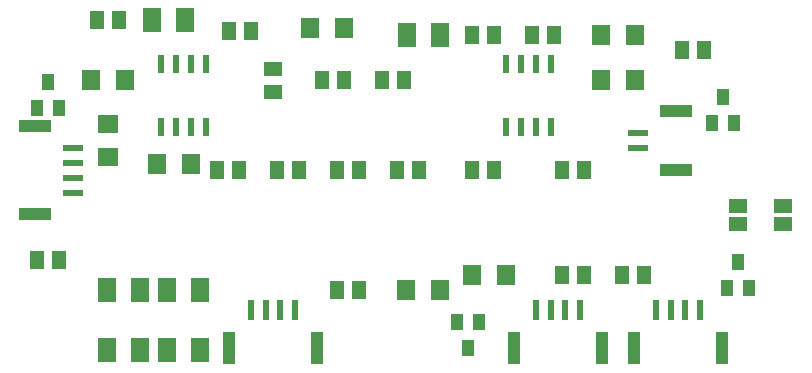
<source format=gbr>
G04 EAGLE Gerber RS-274X export*
G75*
%MOMM*%
%FSLAX34Y34*%
%LPD*%
%INSolderpaste Top*%
%IPPOS*%
%AMOC8*
5,1,8,0,0,1.08239X$1,22.5*%
G01*
%ADD10R,1.300000X1.500000*%
%ADD11R,1.500000X1.300000*%
%ADD12R,0.600000X1.700000*%
%ADD13R,1.000000X2.700000*%
%ADD14R,1.700000X0.600000*%
%ADD15R,2.700000X1.000000*%
%ADD16R,1.600000X1.803000*%
%ADD17R,1.803000X1.600000*%
%ADD18R,1.000000X1.400000*%
%ADD19R,1.600000X2.000000*%
%ADD20R,1.600200X1.168400*%
%ADD21R,0.609600X1.524000*%


D10*
X288900Y254000D03*
X269900Y254000D03*
D11*
X228600Y263500D03*
X228600Y244500D03*
D10*
X282600Y177800D03*
X301600Y177800D03*
X396900Y292100D03*
X415900Y292100D03*
X466700Y292100D03*
X447700Y292100D03*
X282600Y76200D03*
X301600Y76200D03*
D12*
X234850Y59300D03*
X222350Y59300D03*
D13*
X191350Y27300D03*
X265850Y27300D03*
D12*
X209850Y59300D03*
X247350Y59300D03*
D14*
X59300Y171550D03*
X59300Y184050D03*
D15*
X27300Y215050D03*
X27300Y140550D03*
D14*
X59300Y196550D03*
X59300Y159050D03*
X537600Y209450D03*
X537600Y196950D03*
D15*
X569600Y178450D03*
X569600Y227950D03*
D16*
X103120Y254000D03*
X74680Y254000D03*
X260100Y298450D03*
X288540Y298450D03*
X130560Y182880D03*
X159000Y182880D03*
D17*
X88900Y217420D03*
X88900Y188980D03*
D18*
X38100Y252300D03*
X47600Y230300D03*
X28600Y230300D03*
X622300Y99900D03*
X631800Y77900D03*
X612800Y77900D03*
D10*
X396900Y177800D03*
X415900Y177800D03*
D19*
X87600Y25400D03*
X115600Y25400D03*
X138400Y76200D03*
X166400Y76200D03*
X87600Y76200D03*
X115600Y76200D03*
X341600Y292100D03*
X369600Y292100D03*
D16*
X534920Y292100D03*
X506480Y292100D03*
X534920Y254000D03*
X506480Y254000D03*
X341380Y76200D03*
X369820Y76200D03*
X397260Y88900D03*
X425700Y88900D03*
D19*
X125700Y304800D03*
X153700Y304800D03*
D10*
X593700Y279400D03*
X574700Y279400D03*
X473100Y177800D03*
X492100Y177800D03*
X28600Y101600D03*
X47600Y101600D03*
X473100Y88900D03*
X492100Y88900D03*
X523900Y88900D03*
X542900Y88900D03*
X333400Y177800D03*
X352400Y177800D03*
X191160Y295910D03*
X210160Y295910D03*
X79400Y304800D03*
X98400Y304800D03*
X231800Y177800D03*
X250800Y177800D03*
X320700Y254000D03*
X339700Y254000D03*
X181000Y177800D03*
X200000Y177800D03*
D19*
X138400Y25400D03*
X166400Y25400D03*
D20*
X660400Y132080D03*
X660400Y147320D03*
X622300Y132080D03*
X622300Y147320D03*
D18*
X609600Y239600D03*
X619100Y217600D03*
X600100Y217600D03*
X393700Y27100D03*
X384200Y49100D03*
X403200Y49100D03*
D21*
X425450Y214376D03*
X425450Y268224D03*
X438150Y214376D03*
X450850Y214376D03*
X438150Y268224D03*
X450850Y268224D03*
X463550Y214376D03*
X463550Y268224D03*
X171450Y268224D03*
X171450Y214376D03*
X158750Y268224D03*
X146050Y268224D03*
X158750Y214376D03*
X146050Y214376D03*
X133350Y268224D03*
X133350Y214376D03*
D12*
X577750Y59300D03*
X565250Y59300D03*
D13*
X534250Y27300D03*
X608750Y27300D03*
D12*
X552750Y59300D03*
X590250Y59300D03*
X476150Y59300D03*
X463650Y59300D03*
D13*
X432650Y27300D03*
X507150Y27300D03*
D12*
X451150Y59300D03*
X488650Y59300D03*
M02*

</source>
